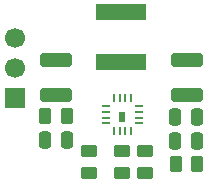
<source format=gts>
%TF.GenerationSoftware,KiCad,Pcbnew,9.0.4*%
%TF.CreationDate,2025-10-22T22:17:21-04:00*%
%TF.ProjectId,buck_regulator_12V_3A_L6983,6275636b-5f72-4656-9775-6c61746f725f,rev?*%
%TF.SameCoordinates,Original*%
%TF.FileFunction,Soldermask,Top*%
%TF.FilePolarity,Negative*%
%FSLAX46Y46*%
G04 Gerber Fmt 4.6, Leading zero omitted, Abs format (unit mm)*
G04 Created by KiCad (PCBNEW 9.0.4) date 2025-10-22 22:17:21*
%MOMM*%
%LPD*%
G01*
G04 APERTURE LIST*
G04 Aperture macros list*
%AMRoundRect*
0 Rectangle with rounded corners*
0 $1 Rounding radius*
0 $2 $3 $4 $5 $6 $7 $8 $9 X,Y pos of 4 corners*
0 Add a 4 corners polygon primitive as box body*
4,1,4,$2,$3,$4,$5,$6,$7,$8,$9,$2,$3,0*
0 Add four circle primitives for the rounded corners*
1,1,$1+$1,$2,$3*
1,1,$1+$1,$4,$5*
1,1,$1+$1,$6,$7*
1,1,$1+$1,$8,$9*
0 Add four rect primitives between the rounded corners*
20,1,$1+$1,$2,$3,$4,$5,0*
20,1,$1+$1,$4,$5,$6,$7,0*
20,1,$1+$1,$6,$7,$8,$9,0*
20,1,$1+$1,$8,$9,$2,$3,0*%
G04 Aperture macros list end*
%ADD10RoundRect,0.250000X0.450000X-0.262500X0.450000X0.262500X-0.450000X0.262500X-0.450000X-0.262500X0*%
%ADD11R,4.292600X1.397000*%
%ADD12R,1.700000X1.700000*%
%ADD13C,1.700000*%
%ADD14RoundRect,0.250000X-0.450000X0.262500X-0.450000X-0.262500X0.450000X-0.262500X0.450000X0.262500X0*%
%ADD15RoundRect,0.250000X-0.250000X-0.475000X0.250000X-0.475000X0.250000X0.475000X-0.250000X0.475000X0*%
%ADD16RoundRect,0.250000X0.250000X0.475000X-0.250000X0.475000X-0.250000X-0.475000X0.250000X-0.475000X0*%
%ADD17RoundRect,0.250000X-0.262500X-0.450000X0.262500X-0.450000X0.262500X0.450000X-0.262500X0.450000X0*%
%ADD18RoundRect,0.250000X1.100000X-0.325000X1.100000X0.325000X-1.100000X0.325000X-1.100000X-0.325000X0*%
%ADD19R,0.762000X0.203200*%
%ADD20R,0.203200X0.762000*%
%ADD21R,0.533400X0.914400*%
G04 APERTURE END LIST*
D10*
%TO.C,R18*%
X144400000Y-112875000D03*
X144400000Y-114700000D03*
%TD*%
D11*
%TO.C,L2*%
X144300000Y-101134400D03*
X144300000Y-105300000D03*
%TD*%
D12*
%TO.C,J1*%
X135300000Y-108400000D03*
D13*
X135300000Y-105860000D03*
X135300000Y-103320000D03*
%TD*%
D14*
%TO.C,R17*%
X141600000Y-114700000D03*
X141600000Y-112875000D03*
%TD*%
%TO.C,R19*%
X146300000Y-112875000D03*
X146300000Y-114700000D03*
%TD*%
D15*
%TO.C,C24*%
X150749000Y-110000000D03*
X148849000Y-110000000D03*
%TD*%
D16*
%TO.C,C22*%
X139700000Y-111900000D03*
X137800000Y-111900000D03*
%TD*%
D17*
%TO.C,R15*%
X137875000Y-109900000D03*
X139700000Y-109900000D03*
%TD*%
D18*
%TO.C,C25*%
X149900000Y-105200000D03*
X149900000Y-108150000D03*
%TD*%
D19*
%TO.C,U4*%
X142977600Y-109042801D03*
X142977600Y-109542927D03*
X142977600Y-110043053D03*
X142977600Y-110543179D03*
D20*
X143649811Y-111215390D03*
X144149937Y-111215390D03*
X144650063Y-111215390D03*
X145150189Y-111215390D03*
D19*
X145822400Y-110543179D03*
X145822400Y-110043053D03*
X145822400Y-109542927D03*
X145822400Y-109042801D03*
D20*
X145150189Y-108370590D03*
X144650063Y-108370590D03*
X144149937Y-108370590D03*
X143649811Y-108370590D03*
D21*
X144400000Y-110000000D03*
%TD*%
D18*
%TO.C,C21*%
X138800000Y-105150000D03*
X138800000Y-108100000D03*
%TD*%
D17*
%TO.C,R16*%
X148924000Y-114000000D03*
X150749000Y-114000000D03*
%TD*%
D16*
%TO.C,C23*%
X150749000Y-112000000D03*
X148849000Y-112000000D03*
%TD*%
M02*

</source>
